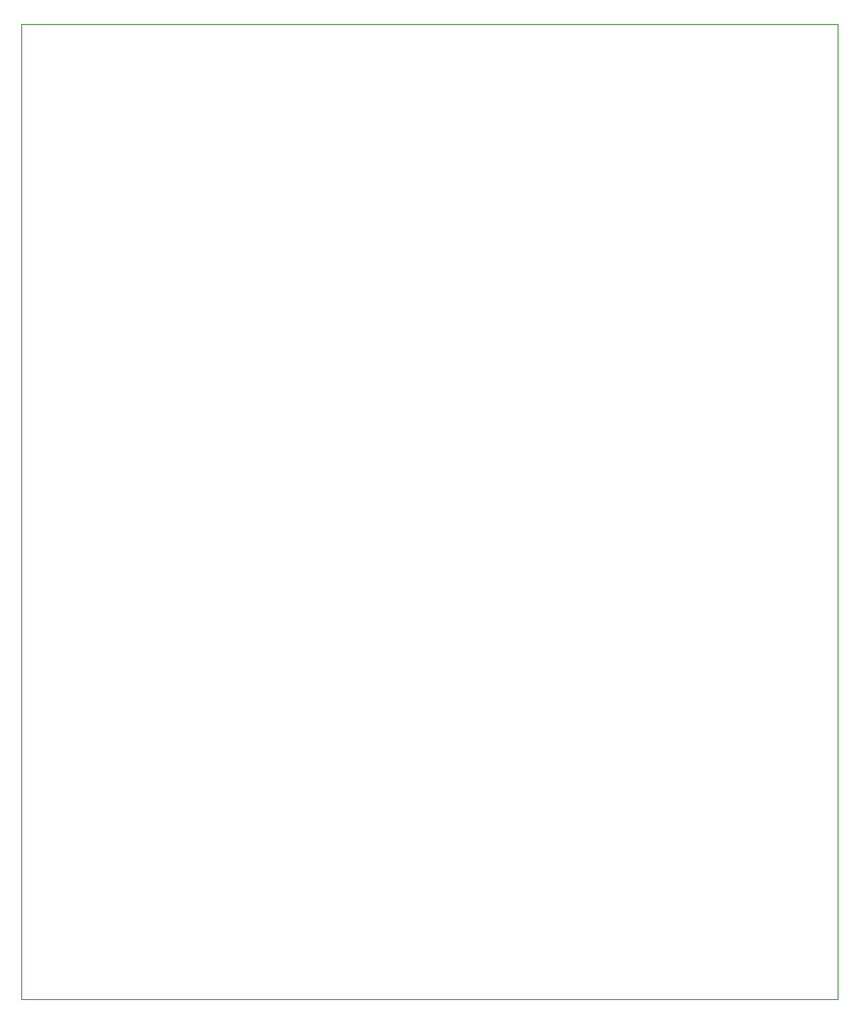
<source format=gbr>
%TF.GenerationSoftware,KiCad,Pcbnew,7.0.6*%
%TF.CreationDate,2023-12-18T00:28:03+09:00*%
%TF.ProjectId,Controller_20220713_TOINIOT2,436f6e74-726f-46c6-9c65-725f32303232,rev?*%
%TF.SameCoordinates,Original*%
%TF.FileFunction,Profile,NP*%
%FSLAX46Y46*%
G04 Gerber Fmt 4.6, Leading zero omitted, Abs format (unit mm)*
G04 Created by KiCad (PCBNEW 7.0.6) date 2023-12-18 00:28:03*
%MOMM*%
%LPD*%
G01*
G04 APERTURE LIST*
%TA.AperFunction,Profile*%
%ADD10C,0.100000*%
%TD*%
G04 APERTURE END LIST*
D10*
X16000000Y-16000000D02*
X94000000Y-16000000D01*
X94000000Y-109000000D01*
X16000000Y-109000000D01*
X16000000Y-16000000D01*
M02*

</source>
